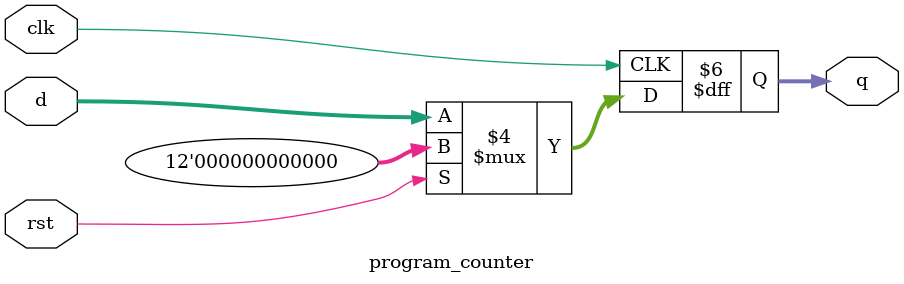
<source format=sv>

module program_counter(input logic clk, rst,
							  input logic [11:0] d,
							  output logic [11:0] q);

always_ff @(posedge clk) // siempre en flanco positivo 
	if (rst == 1) begin
		q <= 0;
	end
	else begin 
		q <= d;
	end

endmodule
</source>
